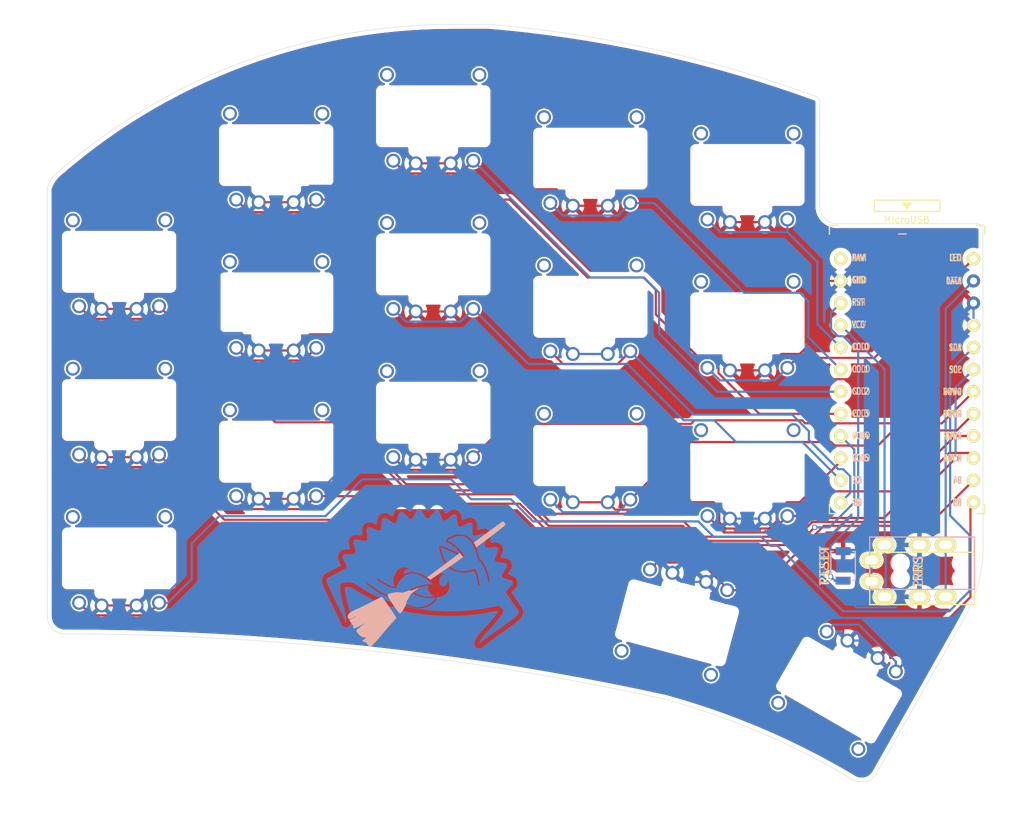
<source format=kicad_pcb>
(kicad_pcb (version 20211014) (generator pcbnew)
  (title_block (title "Ferris_Sweep_Compact") (date "2020-09-03") (rev "0.1") (company "BroomLabs"))
  (layers (0 "F.Cu" signal) (31 "B.Cu" signal) (34 "B.Paste" user) (35 "F.Paste" user) (36 "B.SilkS" user "B.Silkscreen") (37 "F.SilkS" user "F.Silkscreen") (38 "B.Mask" user) (39 "F.Mask" user) (44 "Edge.Cuts" user))
  (net 0 "")
  (net 1 "row0")
  (net 2 "row1")
  (net 3 "row2")
  (net 4 "row3")
  (net 5 "GND")
  (net 6 "VCC")
  (net 7 "col0")
  (net 8 "col1")
  (net 9 "col2")
  (net 10 "col3")
  (net 11 "col4")
  (net 12 "col5")
  (net 13 "LED")
  (net 14 "data")
  (net 15 "reset")
  (net 16 "SCL")
  (net 17 "SDA")
  (net 18 "Net-(U1-Pad24)")
  (net 19 "Net-(J1-PadA)")
  (net 20 "Net-(U1-Pad14)")
  (net 21 "Net-(U1-Pad13)")
  (net 22 "Net-(U1-Pad12)")
  (net 23 "Net-(U1-Pad11)")
  (footprint "Kailh:Kailh_PG1232" (layer "F.Cu") (at 44 42.37)
    (fp_text reference "SW2" hide)
    (fp_text value "SW_PUSH" hide)
  )
  (footprint "Kailh:Kailh_PG1232" (layer "F.Cu") (at 62 30.14)
    (fp_text reference "SW3" hide)
    (fp_text value "SW_PUSH" hide)
  )
  (footprint "Kailh:Kailh_PG1232" (layer "F.Cu") (at 80 25.68)
    (fp_text reference "SW4" hide)
    (fp_text value "SW_PUSH" hide)
  )
  (footprint "Kailh:Kailh_PG1232" (layer "F.Cu") (at 98 30.54)
    (fp_text reference "SW5" hide)
    (fp_text value "SW_PUSH" hide)
  )
  (footprint "Kailh:Kailh_PG1232" (layer "F.Cu") (at 116 32.42)
    (fp_text reference "SW6" hide)
    (fp_text value "SW_PUSH" hide)
  )
  (footprint "Kailh:Kailh_PG1232" (layer "F.Cu") (at 44 59.37)
    (fp_text reference "SW8" hide)
    (fp_text value "SW_PUSH" hide)
  )
  (footprint "Kailh:Kailh_PG1232" (layer "F.Cu") (at 62 47.14)
    (fp_text reference "SW9" hide)
    (fp_text value "SW_PUSH" hide)
  )
  (footprint "Kailh:Kailh_PG1232" (layer "F.Cu") (at 80 42.67)
    (fp_text reference "SW10" hide)
    (fp_text value "SW_PUSH" hide)
  )
  (footprint "Kailh:Kailh_PG1232" (layer "F.Cu") (at 98 47.54)
    (fp_text reference "SW11" hide)
    (fp_text value "SW_PUSH" hide)
  )
  (footprint "Kailh:Kailh_PG1232" (layer "F.Cu") (at 116 49.42)
    (fp_text reference "SW12" hide)
    (fp_text value "SW_PUSH" hide)
  )
  (footprint "Kailh:Kailh_PG1232" (layer "F.Cu") (at 44 76.375)
    (fp_text reference "SW14" hide)
    (fp_text value "SW_PUSH" hide)
  )
  (footprint "Kailh:Kailh_PG1232" (layer "F.Cu") (at 62 64.145)
    (fp_text reference "SW15" hide)
    (fp_text value "SW_PUSH" hide)
  )
  (footprint "Kailh:Kailh_PG1232" (layer "F.Cu") (at 80 59.67)
    (fp_text reference "SW16" hide)
    (fp_text value "SW_PUSH" hide)
  )
  (footprint "Kailh:Kailh_PG1232" (layer "F.Cu") (at 98 64.545)
    (fp_text reference "SW17" hide)
    (fp_text value "SW_PUSH" hide)
  )
  (footprint "Kailh:Kailh_PG1232" (layer "F.Cu") (at 116 66.42)
    (fp_text reference "SW18" hide)
    (fp_text value "SW_PUSH" hide)
  )
  (footprint "kbd:ProMicro_v3" (layer "F.Cu") (at 134.3 56.5)
    (fp_text reference "U1" hide)
    (fp_text value "ProMicro" hide)
  )
  (footprint "* duckyb-collection:SMD_RST_SW [B3U-1000P(M)]" (layer "F.Cu") (at 126.97 77.24 90)
    (fp_text reference "RSW1" hide)
    (fp_text value "Val**")
  )
  (footprint "kbd:MJ-4PP-9" (layer "F.Cu") (at 142.02 78.68 -90)
    (fp_text reference "J1")
    (fp_text value "MJ-4PP-9" hide)
  )
  (footprint "Kailh:Kailh_PG1232" (layer "B.Cu") (at 107.94 83.77 -15)
    (fp_text reference "SW20" hide)
    (fp_text value "SW_PUSH" hide)
  )
  (footprint "Kailh:Kailh_PG1232" (layer "B.Cu") (at 126.5 91.48 -30)
    (fp_text reference "SW21" hide)
    (fp_text value "SW_PUSH" hide)
  )
  (footprint "Kailh:ferris_broom" (layer "B.Cu") (at 80.3 79.15 171)
    (fp_text reference "G***" hide)
    (fp_text value "LOGO" hide)
  )
  (footprint "* duckyb-collection:SMD_RST_SW [B3U-1000P(M)]" (layer "B.Cu") (at 126.97 77.24 90)
    (fp_text reference "RSW1" hide)
    (fp_text value "Val**")
  )
  (gr_arc (start 126.335002 38.010917) (mid 124.922534 37.461716) (end 124.300001 36.079999) (layer "Edge.Cuts") (width 0.05))
  (gr_arc (start 35.768055 33.928702) (mid 36.324929 32.810882) (end 37.195 31.915) (layer "Edge.Cuts") (width 0.05))
  (gr_arc (start 86.369777 15.152679) (mid 105.393879 18.025764) (end 123.86529 23.408889) (layer "Edge.Cuts") (width 0.05))
  (gr_arc (start 106.487134 92.513946) (mid 117.564488 96.373597) (end 128.016 101.7) (layer "Edge.Cuts") (width 0.05))
  (gr_arc (start 37.846 85.033119) (mid 36.417641 84.493082) (end 35.786019 83.102794) (layer "Edge.Cuts") (width 0.05))
  (gr_arc (start 37.846 85.033119) (mid 72.366442 86.939554) (end 106.487134 92.513946) (layer "Edge.Cuts") (width 0.05))
  (gr_arc (start 130.748 101.101265) (mid 129.506995 101.97098) (end 128.016 101.7) (layer "Edge.Cuts") (width 0.05))
  (gr_arc (start 123.86529 23.408889) (mid 124.182079 23.685645) (end 124.300045 24.089419) (layer "Edge.Cuts") (width 0.05))
  (gr_arc (start 142.24 38.008) (mid 142.77033 38.22767) (end 142.99 38.758) (layer "Edge.Cuts") (width 0.05))
  (gr_line (start 126.335002 38.010917) (end 142.24 38.008) (layer "Edge.Cuts") (width 0.05))
  (gr_line (start 35.768055 33.928702) (end 35.786019 83.102794) (layer "Edge.Cuts") (width 0.05))
  (gr_line (start 86.369777 15.152679) (end 82.168389 15.158139) (layer "Edge.Cuts") (width 0.05))
  (gr_arc (start 37.195 31.915) (mid 58.171524 19.483455) (end 82.168389 15.158139) (layer "Edge.Cuts") (width 0.05))
  (gr_line (start 141.255304 82.50815) (end 130.748 101.101265) (layer "Edge.Cuts") (width 0.05))
  (gr_line (start 124.300001 36.079999) (end 124.300045 24.089419) (layer "Edge.Cuts") (width 0.05))
  (gr_line (start 142.99 38.758) (end 143.002 75.184) (layer "Edge.Cuts") (width 0.05))
  (gr_arc (start 143.002 75.184) (mid 142.544913 78.945347) (end 141.255304 82.50815) (layer "Edge.Cuts") (width 0.05))
  (gr_text "ROW2" (at 139.469857 62.357) (layer "F.SilkS") (effects (font (size 0.75 0.5) (thickness 0.125))))
  (gr_text "DATA" (at 139.636524 44.5545) (layer "F.SilkS") (effects (font (size 0.75 0.5) (thickness 0.125))))
  (gr_text "B5" (at 140.017477 69.977) (layer "F.SilkS") (effects (font (size 0.75 0.5) (thickness 0.125))))
  (gr_text "COL2" (at 128.948714 57.21927) (layer "F.SilkS") (effects (font (size 0.75 0.5) (thickness 0.125))))
  (gr_text "B2" (at 128.484428 67.42545) (layer "F.SilkS") (effects (font (size 0.75 0.5) (thickness 0.125))))
  (gr_text "ROW1" (at 139.469857 59.817) (layer "F.SilkS") (effects (font (size 0.75 0.5) (thickness 0.125))))
  (gr_text "ROW0" (at 139.469857 57.277) (layer "F.SilkS") (effects (font (size 0.75 0.5) (thickness 0.125))))
  (gr_text "RAW" (at 128.746333 41.91) (layer "F.SilkS") (effects (font (size 0.75 0.5) (thickness 0.125))))
  (gr_text "COL5" (at 128.948714 64.873905) (layer "F.SilkS") (effects (font (size 0.75 0.5) (thickness 0.125))))
  (gr_text "LED" (at 139.827 41.91) (layer "F.SilkS") (effects (font (size 0.75 0.5) (thickness 0.125))))
  (gr_text "B4" (at 140.017477 67.437) (layer "F.SilkS") (effects (font (size 0.75 0.5) (thickness 0.125))))
  (gr_text "SDA" (at 139.803191 52.197) (layer "F.SilkS") (effects (font (size 0.75 0.5) (thickness 0.125))))
  (gr_text "GND" (at 128.758238 44.461545) (layer "F.SilkS") (effects (font (size 0.75 0.5) (thickness 0.125))))
  (gr_text "COL4" (at 128.948714 62.32236) (layer "F.SilkS") (effects (font (size 0.75 0.5) (thickness 0.125))))
  (gr_text "ROW3" (at 139.469857 64.897) (layer "F.SilkS") (effects (font (size 0.75 0.5) (thickness 0.125))))
  (gr_text "B6" (at 128.484428 69.977) (layer "F.SilkS") (effects (font (size 0.75 0.5) (thickness 0.125))))
  (gr_text "COL1" (at 128.948714 54.667725) (layer "F.SilkS") (effects (font (size 0.75 0.5) (thickness 0.125))))
  (gr_text "VCC" (at 128.710618 49.564635) (layer "F.SilkS") (effects (font (size 0.75 0.5) (thickness 0.125))))
  (gr_text "COL3" (at 128.948714 59.770815) (layer "F.SilkS") (effects (font (size 0.75 0.5) (thickness 0.125))))
  (gr_text "COL0" (at 128.948714 52.11618) (layer "F.SilkS") (effects (font (size 0.75 0.5) (thickness 0.125))))
  (gr_text "SCL" (at 139.815096 54.737) (layer "F.SilkS") (effects (font (size 0.75 0.5) (thickness 0.125))))
  (gr_text "RST" (at 128.674904 47.01309) (layer "F.SilkS") (effects (font (size 0.75 0.5) (thickness 0.125))))
  (segment (start 109.9504 60.5446) (end 109.5402 60.9548) (width 0.25) (layer "F.Cu") (net 1))
  (segment (start 83.1329 66.2171) (end 84.58 64.77) (width 0.25) (layer "F.Cu") (net 1))
  (segment (start 109.5402 60.9548) (end 88.3952 60.9548) (width 0.25) (layer "F.Cu") (net 1))
  (segment (start 76.8671 66.2171) (end 83.1329 66.2171) (width 0.25) (layer "F.Cu") (net 1))
  (segment (start 122.2713 60.5446) (end 109.9504 60.5446) (width 0.25) (layer "F.Cu") (net 1))
  (segment (start 141.9114 57.262) (end 138.2807 60.8927) (width 0.25) (layer "F.Cu") (net 1))
  (segment (start 138.2807 60.8927) (end 122.6194 60.8927) (width 0.25) (layer "F.Cu") (net 1))
  (segment (start 88.3952 60.9548) (end 84.58 64.77) (width 0.25) (layer "F.Cu") (net 1))
  (segment (start 122.6194 60.8927) (end 122.2713 60.5446) (width 0.25) (layer "F.Cu") (net 1))
  (segment (start 75.42 64.77) (end 76.8671 66.2171) (width 0.25) (layer "F.Cu") (net 1))
  (segment (start 140.0082 61.7052) (end 132.6981 61.7052) (width 0.25) (layer "F.Cu") (net 2))
  (segment (start 125.5997 63.0403) (end 109.1847 63.0403) (width 0.25) (layer "F.Cu") (net 2))
  (segment (start 109.1847 63.0403) (end 102.58 69.645) (width 0.25) (layer "F.Cu") (net 2))
  (segment (start 132.6981 61.7052) (end 130.9613 63.442) (width 0.25) (layer "F.Cu") (net 2))
  (segment (start 130.9613 63.442) (end 126.0014 63.442) (width 0.25) (layer "F.Cu") (net 2))
  (segment (start 141.9114 59.802) (end 140.0082 61.7052) (width 0.25) (layer "F.Cu") (net 2))
  (segment (start 126.0014 63.442) (end 125.5997 63.0403) (width 0.25) (layer "F.Cu") (net 2))
  (segment (start 94.8628 71.0878) (end 93.42 69.645) (width 0.25) (layer "B.Cu") (net 2))
  (segment (start 102.58 69.645) (end 101.1372 71.0878) (width 0.25) (layer "B.Cu") (net 2))
  (segment (start 101.1372 71.0878) (end 94.8628 71.0878) (width 0.25) (layer "B.Cu") (net 2))
  (segment (start 139.7796 62.342) (end 133.4296 68.692) (width 0.25) (layer "F.Cu") (net 3))
  (segment (start 141.9114 62.342) (end 139.7796 62.342) (width 0.25) (layer "F.Cu") (net 3))
  (segment (start 111.42 71.52) (end 113.3069 73.4069) (width 0.25) (layer "F.Cu") (net 3))
  (segment (start 133.4296 68.692) (end 125.6752 68.692) (width 0.25) (layer "F.Cu") (net 3))
  (segment (start 113.3069 73.4069) (end 118.6931 73.4069) (width 0.25) (layer "F.Cu") (net 3))
  (segment (start 125.6752 68.692) (end 122.8472 71.52) (width 0.25) (layer "F.Cu") (net 3))
  (segment (start 122.8472 71.52) (end 120.58 71.52) (width 0.25) (layer "F.Cu") (net 3))
  (segment (start 118.6931 73.4069) (end 120.58 71.52) (width 0.25) (layer "F.Cu") (net 3))
  (segment (start 131.6507 71.7447) (end 139.1047 64.2907) (width 0.25) (layer "F.Cu") (net 4))
  (segment (start 108.712 72.136) (end 110.4688 73.8928) (width 0.25) (layer "F.Cu") (net 4))
  (segment (start 40.8669 48.9169) (end 47.1331 48.9169) (width 0.25) (layer "F.Cu") (net 4))
  (segment (start 47.1331 48.9169) (end 48.58 47.47) (width 0.25) (layer "F.Cu") (net 4))
  (segment (start 48.58 47.47) (end 61.8796 60.7696) (width 0.25) (layer "F.Cu") (net 4))
  (segment (start 141.3201 64.2907) (end 141.9114 64.882) (width 0.25) (layer "F.Cu") (net 4))
  (segment (start 39.42 47.47) (end 40.8669 48.9169) (width 0.25) (layer "F.Cu") (net 4))
  (segment (start 123.2594 71.7447) (end 131.6507 71.7447) (width 0.25) (layer "F.Cu") (net 4))
  (segment (start 61.8796 60.7696) (end 69.1654 60.7696) (width 0.25) (layer "F.Cu") (net 4))
  (segment (start 110.4688 73.8928) (end 121.1113 73.8928) (width 0.25) (layer "F.Cu") (net 4))
  (segment (start 89.78759 68.58) (end 93.34359 72.136) (width 0.25) (layer "F.Cu") (net 4))
  (segment (start 93.34359 72.136) (end 108.712 72.136) (width 0.25) (layer "F.Cu") (net 4))
  (segment (start 121.1113 73.8928) (end 123.2594 71.7447) (width 0.25) (layer "F.Cu") (net 4))
  (segment (start 76.9758 68.58) (end 89.78759 68.58) (width 0.25) (layer "F.Cu") (net 4))
  (segment (start 139.1047 64.2907) (end 141.3201 64.2907) (width 0.25) (layer "F.Cu") (net 4))
  (segment (start 69.1654 60.7696) (end 76.9758 68.58) (width 0.25) (layer "F.Cu") (net 4))
  (segment (start 103.1024 36.7972) (end 103.5139 36.3857) (width 0.25) (layer "F.Cu") (net 5))
  (segment (start 64 52.54) (end 65.8499 50.6901) (width 0.25) (layer "F.Cu") (net 5))
  (segment (start 114 37.82) (end 118 37.82) (width 0.25) (layer "F.Cu") (net 5))
  (segment (start 82 48.07) (end 85.3082 51.3782) (width 0.25) (layer "F.Cu") (net 5))
  (segment (start 126.97 80.49) (end 126.97 85.305514) (width 0.25) (layer "F.Cu") (net 5))
  (segment (start 94.4382 51.3782) (end 96 52.94) (width 0.25) (layer "F.Cu") (net 5))
  (segment (start 114 54.82) (end 118 54.82) (width 0.25) (layer "F.Cu") (net 5))
  (segment (start 85.3082 51.3782) (end 94.4382 51.3782) (width 0.25) (layer "F.Cu") (net 5))
  (segment (start 111.269474 79.279729) (end 113.479744 81.489999) (width 0.25) (layer "F.Cu") (net 5))
  (segment (start 100.8572 36.7972) (end 103.1024 36.7972) (width 0.25) (layer "F.Cu") (net 5))
  (segment (start 103.5139 36.3857) (end 112.5657 36.3857) (width 0.25) (layer "F.Cu") (net 5))
  (segment (start 46 47.77) (end 42 47.77) (width 0.25) (layer "F.Cu") (net 5))
  (segment (start 60 52.54) (end 64 52.54) (width 0.25) (layer "F.Cu") (net 5))
  (segment (start 65.8499 50.6901) (end 75.3799 50.6901) (width 0.25) (layer "F.Cu") (net 5))
  (segment (start 124.742 44.562) (end 124.742 50.1988) (width 0.25) (layer "F.Cu") (net 5))
  (segment (start 60 35.54) (end 64 35.54) (width 0.25) (layer "F.Cu") (net 5))
  (segment (start 119.015 55.835) (end 135.7184 55.835) (width 0.25) (layer "F.Cu") (net 5))
  (segment (start 60 69.545) (end 64 69.545) (width 0.25) (layer "F.Cu") (net 5))
  (segment (start 100 35.94) (end 100.8572 36.7972) (width 0.25) (layer "F.Cu") (net 5))
  (segment (start 94.1157 34.0557) (end 96 35.94) (width 0.25) (layer "F.Cu") (net 5))
  (segment (start 100 69.945) (end 96 69.945) (width 0.25) (layer "F.Cu") (net 5))
  (segment (start 100 35.94) (end 96 35.94) (width 0.25) (layer "F.Cu") (net 5))
  (segment (start 104.47 70.7912) (end 100.8462 70.7912) (width 0.25) (layer "F.Cu") (net 5))
  (segment (start 112.1139 69.9339) (end 105.3273 69.9339) (width 0.25) (layer "F.Cu") (net 5))
  (segment (start 83.4254 29.6546) (end 86.836 29.6546) (width 0.25) (layer "F.Cu") (net 5))
  (segment (start 86.836 29.6546) (end 91.2371 34.0557) (width 0.25) (layer "F.Cu") (net 5))
  (segment (start 114 71.82) (end 112.1139 69.9339) (width 0.25) (layer "F.Cu") (net 5))
  (segment (start 124.742 44.562) (end 118 37.82) (width 0.25) (layer "F.Cu") (net 5))
  (segment (start 78 48.07) (end 82 48.07) (width 0.25) (layer "F.Cu") (net 5))
  (segment (start 135.7184 55.835) (end 141.9114 49.642) (width 0.25) (layer "F.Cu") (net 5))
  (segment (start 125.970001 81.489999) (end 126.97 80.49) (width 0.25) (layer "F.Cu") (net 5))
  (segment (start 126.97 85.305514) (end 127.467949 85.803463) (width 0.25) (layer "F.Cu") (net 5))
  (segment (start 112.5657 36.3857) (end 114 37.82) (width 0.25) (layer "F.Cu") (net 5))
  (segment (start 111.269474 79.071639) (end 111.269474 79.279729) (width 0.25) (layer "F.Cu") (net 5))
  (segment (start 113.479744 81.489999) (end 125.970001 81.489999) (width 0.25) (layer "F.Cu") (net 5))
  (segment (start 118 54.82) (end 119.015 55.835) (width 0.25) (layer "F.Cu") (net 5))
  (segment (start 82 31.08) (end 78 31.08) (width 0.25) (layer "F.Cu") (net 5))
  (segment (start 91.2371 34.0557) (end 94.1157 34.0557) (width 0.25) (layer "F.Cu") (net 5))
  (segment (start 100.8462 70.7912) (end 100 69.945) (width 0.25) (layer "F.Cu") (net 5))
  (segment (start 46 81.775) (end 42 81.775) (width 0.25) (layer "F.Cu") (net 5))
  (segment (start 75.3799 50.6901) (end 78 48.07) (width 0.25) (layer "F.Cu") (net 5))
  (segment (start 124.742 44.562) (end 126.6914 44.562) (width 0.25) (layer "F.Cu") (net 5))
  (segment (start 105.3273 69.9339) (end 104.47 70.7912) (width 0.25) (layer "F.Cu") (net 5))
  (segment (start 82 31.08) (end 83.4254 29.6546) (width 0.25) (layer "F.Cu") (net 5))
  (segment (start 124.742 50.1988) (end 122.0051 52.9357) (width 0.25) (layer "F.Cu") (net 5))
  (segment (start 46 64.77) (end 42 64.77) (width 0.25) (layer "F.Cu") (net 5))
  (segment (start 119.8843 52.9357) (end 118 54.82) (width 0.25) (layer "F.Cu") (net 5))
  (segment (start 122.0051 52.9357) (end 119.8843 52.9357) (width 0.25) (layer "F.Cu") (net 5))
  (segment (start 77.1651 65.9049) (end 69.7219 65.9049) (width 0.25) (layer "B.Cu") (net 5))
  (segment (start 65.8843 33.6557) (end 64 35.54) (width 0.25) (layer "B.Cu") (net 5))
  (segment (start 51.6341 78.2353) (end 49.7273 80.1421) (width 0.25) (layer "B.Cu") (net 5))
  (segment (start 51.6341 70.4041) (end 51.6341 78.2353) (width 0.25) (layer "B.Cu") (net 5))
  (segment (start 55.8592 50.5444) (end 55.5016 50.1868) (width 0.25) (layer "B.Cu") (net 5))
  (segment (start 85.4107 68.4807) (end 82 65.07) (width 0.25) (layer "B.Cu") (net 5))
  (segment (start 118 71.82) (end 114 71.82) (width 0.25) (layer "B.Cu") (net 5))
  (segment (start 69.7219 65.9049) (end 67.9661 67.6607) (width 0.25) (layer "B.Cu") (net 5))
  (segment (start 60 69.545) (end 59.1409 70.4041) (width 0.25) (layer "B.Cu") (net 5))
  (segment (start 127.467949 85.803463) (end 128.932051 85.803463) (width 0.25) (layer "B.Cu") (net 5))
  (segment (start 58.0044 50.5444) (end 55.8592 50.5444) (width 0.25) (layer "B.Cu") (net 5))
  (segment (start 108.441048 79.071639) (end 107.405771 78.036362) (width 0.25) (layer "B.Cu") (net 5))
  (segment (start 132.9313 81.9934) (end 128.4734 81.9934) (width 0.25) (layer "B.Cu") (net 5))
  (segment (start 69.7219 58.2619) (end 69.7219 65.9049) (width 0.25) (layer "B.Cu") (net 5))
  (segment (start 141.9114 49.642) (end 141.9114 47.102) (width 0.25) (layer "B.Cu") (net 5))
  (segment (start 111.269474 79.071639) (end 108.441048 79.071639) (width 0.25) (layer "B.Cu") (net 5))
  (segment (start 64 52.54) (end 69.7219 58.2619) (width 0.25) (layer "B.Cu") (net 5))
  (segment (start 60 52.54) (end 58.0044 50.5444) (width 0.25) (layer "B.Cu") (net 5))
  (segment (start 65.8843 67.6607) (end 64 69.545) (width 0.25) (layer "B.Cu") (net 5))
  (segment (start 128.4734 81.9934) (end 126.97 80.49) (width 0.25) (layer "B.Cu") (net 5))
  (segment (start 126.67 80.49) (end 118 71.82) (width 0.25) (layer "B.Cu") (net 5))
  (segment (start 78 65.07) (end 77.1651 65.9049) (width 0.25) (layer "B.Cu") (net 5))
  (segment (start 46.867 48.637) (end 46 47.77) (width 0.25) (layer "B.Cu") (net 5))
  (segment (start 96 69.945) (end 94.5357 68.4807) (width 0.25) (layer "B.Cu") (net 5))
  (segment (start 94.5357 68.4807) (end 85.4107 68.4807) (width 0.25) (layer "B.Cu") (net 5))
  (segment (start 126.97 80.49) (end 126.67 80.49) (width 0.25) (layer "B.Cu") (net 5))
  (segment (start 135.72 80.78) (end 135.72 74.83) (width 0.25) (layer "B.Cu") (net 5))
  (segment (start 55.5016 48.637) (end 46.867 48.637) (width 0.25) (layer "B.Cu") (net 5))
  (segment (start 51.6341 70.4041) (end 46 64.77) (width 0.25) (layer "B.Cu") (net 5))
  (segment (start 135.72 80.78) (end 134.1447 80.78) (width 0.25) (layer "B.Cu") (net 5))
  (segment (start 100 52.94) (end 96 52.94) (width 0.25) (layer "B.Cu") (net 5))
  (segment (start 55.5016 50.1868) (end 55.5016 48.637) (width 0.25) (layer "B.Cu") (net 5))
  (segment (start 78 31.08) (end 75.4243 33.6557) (width 0.25) (layer "B.Cu") (net 5))
  (segment (start 128.932051 85.803463) (end 130.932051 87.803463) (width 0.25) (layer "B.Cu") (net 5))
  (segment (start 75.4243 33.6557) (end 65.8843 33.6557) (width 0.25) (layer "B.Cu") (net 5))
  (segment (start 134.1447 80.78) (end 132.9313 81.9934) (width 0.25) (layer "B.Cu") (net 5))
  (segment (start 67.9661 67.6607) (end 65.8843 67.6607) (width 0.25) (layer "B.Cu") (net 5))
  (segment (start 82 65.07) (end 78 65.07) (width 0.25) (layer "B.Cu") (net 5))
  (segment (start 55.5016 40.0384) (end 60 35.54) (width 0.25) (layer "B.Cu") (net 5))
  (segment (start 49.7273 80.1421) (end 47.6329 80.1421) (width 0.25) (layer "B.Cu") (net 5))
  (segment (start 55.5016 48.637) (end 55.5016 40.0384) (width 0.25) (layer "B.Cu") (net 5))
  (segment (start 47.6329 80.1421) (end 46 81.775) (width 0.25) (layer "B.Cu") (net 5))
  (segment (start 59.1409 70.4041) (end 51.6341 70.4041) (width 0.25) (layer "B.Cu") (net 5))
  (segment (start 131.8636 79.4611) (end 131.8636 76.1489) (width 0.25) (layer "B.Cu") (net 6))
  (segment (start 131.8636 76.1489) (end 131.72 76.0053) (width 0.25) (layer "B.Cu") (net 6))
  (segment (start 131.72 74.83) (end 131.72 76.0053) (width 0.25) (layer "B.Cu") (net 6))
  (segment (start 131.72 79.6047) (end 131.8636 79.4611) (width 0.25) (layer "B.Cu") (net 6))
  (segment (start 131.72 80.78) (end 131.72 79.6047) (width 0.25) (layer "B.Cu") (net 6))
  (segment (start 131.72 74.83) (end 131.72 54.6706) (width 0.25) (layer "B.Cu") (net 6))
  (segment (start 131.72 54.6706) (end 126.6914 49.642) (width 0.25) (layer "B.Cu") (net 6))
  (segment (start 120.58 38.9631) (end 112.8631 38.9631) (width 0.25) (layer "B.Cu") (net 7))
  (segment (start 124.019 42.4021) (end 124.019 49.5096) (width 0.25) (layer "B.Cu") (net 7))
  (segment (start 120.58 37.52) (end 120.58 38.9631) (width 0.25) (layer "B.Cu") (net 7))
  (segment (start 112.8631 38.9631) (end 111.42 37.52) (width 0.25) (layer "B.Cu") (net 7))
  (segment (start 120.58 38.9631) (end 124.019 42.4021) (width 0.25) (layer "B.Cu") (net 7))
  (segment (start 124.019 49.5096) (end 126.6914 52.182) (width 0.25) (layer "B.Cu") (net 7))
  (segment (start 94.8516 37.0716) (end 101.1484 37.0716) (width 0.25) (layer "B.Cu") (net 8))
  (segment (start 126.6914 54.722) (end 122.9795 51.0101) (width 0.25) (layer "B.Cu") (net 8))
  (segment (start 122.022 45.92) (end 115.6177 45.92) (width 0.25) (layer "B.Cu") (net 8))
  (segment (start 115.6177 45.92) (end 105.3377 35.64) (width 0.25) (layer "B.Cu") (net 8))
  (segment (start 105.3377 35.64) (end 102.58 35.64) (width 0.25) (layer "B.Cu") (net 8))
  (segment (start 101.1484 37.0716) (end 102.58 35.64) (width 0.25) (layer "B.Cu") (net 8))
  (segment (start 93.42 35.64) (end 94.8516 37.0716) (width 0.25) (layer "B.Cu") (net 8))
  (segment (start 122.9795 46.8775) (end 122.022 45.92) (width 0.25) (layer "B.Cu") (net 8))
  (segment (start 122.9795 51.0101) (end 122.9795 46.8775) (width 0.25) (layer "B.Cu") (net 8))
  (segment (start 83.1262 32.2338) (end 76.8738 32.2338) (width 0.25) (layer "F.Cu") (net 9))
  (segment (start 84.58 30.78) (end 83.1262 32.2338) (width 0.25) (layer "F.Cu") (net 9))
  (segment (start 76.8738 32.2338) (end 75.42 30.78) (width 0.25) (layer "F.Cu") (net 9))
  (segment (start 112.5584 57.262) (end 105.8862 50.5898) (width 0.25) (layer "B.Cu") (net 9))
  (segment (start 105.8862 50.5898) (end 105.8862 45.9152) (width 0.25) (layer "B.Cu") (net 9))
  (segment (start 126.6914 57.262) (end 112.5584 57.262) (width 0.25) (layer "B.Cu") (net 9))
  (segment (start 104.1356 44.1646) (end 97.9646 44.1646) (width 0.25) (layer "B.Cu") (net 9))
  (segment (start 105.8862 45.9152) (end 104.1356 44.1646) (width 0.25) (layer "B.Cu") (net 9))
  (segment (start 97.9646 44.1646) (end 84.58 30.78) (width 0.25) (layer "B.Cu") (net 9))
  (segment (start 57.42 35.24) (end 58.859 36.679) (width 0.25) (layer "F.Cu") (net 10))
  (segment (start 117.3625 59.802) (end 112.6897 55.1292) (width 0.25) (layer "F.Cu") (net 10))
  (segment (start 105.5044 48.4123) (end 105.5044 45.5712) (width 0.25) (layer "F.Cu") (net 10))
  (segment (start 110.4759 53.3838) (end 105.5044 48.4123) (width 0.25) (layer "F.Cu") (net 10))
  (segment (start 126.6914 59.802) (end 117.3625 59.802) (width 0.25) (layer "F.Cu") (net 10))
  (segment (start 111.8877 53.3838) (end 110.4759 53.3838) (width 0.25) (layer "F.Cu") (net 10))
  (segment (start 112.6897 54.1858) (end 111.8877 53.3838) (width 0.25) (layer "F.Cu") (net 10))
  (segment (start 112.6897 55.1292) (end 112.6897 54.1858) (width 0.25) (layer "F.Cu") (net 10))
  (segment (start 104.0978 44.1646) (end 97.6789 44.1646) (width 0.25) (layer "F.Cu") (net 10))
  (segment (start 65.141 36.679) (end 66.58 35.24) (width 0.25) (layer "F.Cu") (net 10))
  (segment (start 58.859 36.679) (end 65.141 36.679) (width 0.25) (layer "F.Cu") (net 10))
  (segment (start 97.6789 44.1646) (end 88.7543 35.24) (width 0.25) (layer "F.Cu") (net 10))
  (segment (start 88.7543 35.24) (end 66.58 35.24) (width 0.25) (layer "F.Cu") (net 10))
  (segment (start 105.5044 45.5712) (end 104.0978 44.1646) (width 0.25) (layer "F.Cu") (net 10))
  (segment (start 56.063 71.953) (end 48.58 64.47) (width 0.25) (layer "F.Cu") (net 11))
  (segment (start 39.42 64.47) (end 40.8535 65.9035) (width 0.25) (layer "F.Cu") (net 11))
  (segment (start 92.964 73.152) (end 89.916 70.104) (width 0.25) (layer "F.Cu") (net 11))
  (segment (start 109.63669 74.8505) (end 108.706095 73.919905) (width 0.25) (layer "F.Cu") (net 11))
  (segment (start 107.93819 73.152) (end 92.964 73.152) (width 0.25) (layer "F.Cu") (net 11))
  (segment (start 47.1465 65.9035) (end 48.58 64.47) (width 0.25) (layer "F.Cu") (net 11))
  (segment (start 71.374 70.104) (end 69.525 71.953) (width 0.25) (layer "F.Cu") (net 11))
  (segment (start 108.706095 73.919905) (end 107.93819 73.152) (width 0.25) (layer "F.Cu") (net 11))
  (segment (start 108.833095 74.046905) (end 108.706095 73.919905) (width 0.25) (layer "F.Cu") (net 11))
  (segment (start 89.916 70.104) (end 71.374 70.104) (width 0.25) (layer "F.Cu") (net 11))
  (segment (start 121.6748 74.8505) (end 109.63669 74.8505) (width 0.25) (layer "F.Cu") (net 11))
  (segment (start 123.705 72.8203) (end 121.6748 74.8505) (width 0.25) (layer "F.Cu") (net 11))
  (segment (start 69.525 71.953) (end 56.063 71.953) (width 0.25) (layer "F.Cu") (net 11))
  (segment (start 40.8535 65.9035) (end 47.1465 65.9035) (width 0.25) (layer "F.Cu") (net 11))
  (via (at 123.705 72.8203) (size 0.6) (drill 0.4) (layers "F.Cu" "B.Cu") (net 11))
  (segment (start 128.2468 69.9666) (end 125.3931 72.8203) (width 0.25) (layer "B.Cu") (net 11))
  (segment (start 128.2468 63.8974) (end 128.2468 69.9666) (width 0.25) (layer "B.Cu") (net 11))
  (segment (start 126.6914 62.342) (end 128.2468 63.8974) (width 0.25) (layer "B.Cu") (net 11))
  (segment (start 125.3931 72.8203) (end 123.705 72.8203) (width 0.25) (layer "B.Cu") (net 11))
  (segment (start 112.7794 71.2363) (end 111.9274 70.3843) (width 0.25) (layer "F.Cu") (net 12))
  (segment (start 112.7794 72.2425) (end 112.7794 71.2363) (width 0.25) (layer "F.Cu") (net 12))
  (segment (start 70.2094 58.7606) (end 65.1344 53.6856) (width 0.25) (layer "F.Cu") (net 12))
  (segment (start 109.3165 70.3843) (end 108.4449 71.2559) (width 0.25) (layer "F.Cu") (net 12))
  (segment (start 89.71765 67.87365) (end 93.0999 71.2559) (width 0.25) (layer "F.Cu") (net 12))
  (segment (start 126.6914 65.2479) (end 122.0036 69.9357) (width 0.25) (layer "F.Cu") (net 12))
  (segment (start 118.5066 72.9565) (end 113.4934 72.9565) (width 0.25) (layer "F.Cu") (net 12))
  (segment (start 122.0036 69.9357) (end 120.5342 69.9357) (width 0.25) (layer "F.Cu") (net 12))
  (segment (start 76.90635 67.87365) (end 70.2094 61.1767) (width 0.25) (layer "F.Cu") (net 12))
  (segment (start 65.1344 53.6856) (end 66.58 52.24) (width 0.25) (layer "F.Cu") (net 12))
  (segment (start 108.4449 71.2559) (end 93.0999 71.2559) (width 0.25) (layer "F.Cu") (net 12))
  (segment (start 70.2094 61.1767) (end 70.2094 58.7606) (width 0.25) (layer "F.Cu") (net 12))
  (segment (start 120.5342 69.9357) (end 119.3594 71.1105) (width 0.25) (layer "F.Cu") (net 12))
  (segment (start 57.42 52.24) (end 58.8656 53.6856) (width 0.25) (layer "F.Cu") (net 12))
  (segment (start 119.3594 72.1037) (end 118.5066 72.9565) (width 0.25) (layer "F.Cu") (net 12))
  (segment (start 119.3594 71.1105) (end 119.3594 72.1037) (width 0.25) (layer "F.Cu") (net 12))
  (segment (start 126.6914 64.882) (end 126.6914 65.2479) (width 0.25) (layer "F.Cu") (net 12))
  (segment (start 111.9274 70.3843) (end 109.3165 70.3843) (width 0.25) (layer "F.Cu") (net 12))
  (segment (start 76.90635 67.87365) (end 89.71765 67.87365) (width 0.25) (layer "F.Cu") (net 12))
  (segment (start 58.8656 53.6856) (end 65.1344 53.6856) (width 0.25) (layer "F.Cu") (net 12))
  (segment (start 113.4934 72.9565) (end 112.7794 72.2425) (width 0.25) (layer "F.Cu") (net 12))
  (segment (start 130.5473 53.3861) (end 121.7139 53.3861) (width 0.25) (layer "F.Cu") (net 13))
  (segment (start 141.9114 42.022) (end 130.5473 53.3861) (width 0.25) (layer "F.Cu") (net 13))
  (segment (start 121.7139 53.3861) (end 120.58 54.52) (width 0.25) (layer "F.Cu") (net 13))
  (segment (start 112.8692 55.9692) (end 119.1308 55.9692) (width 0.25) (layer "B.Cu") (net 13))
  (segment (start 111.42 54.52) (end 112.8692 55.9692) (width 0.25) (layer "B.Cu") (net 13))
  (segment (start 119.1308 55.9692) (end 120.58 54.52) (width 0.25) (layer "B.Cu") (net 13))
  (segment (start 138.72 80.78) (end 138.72 74.83) (width 0.25) (layer "B.Cu") (net 14))
  (segment (start 138.72 74.83) (end 138.72 73.6547) (width 0.25) (layer "B.Cu") (net 14))
  (segment (start 138.72 47.7534) (end 138.72 73.6547) (width 0.25) (layer "B.Cu") (net 14))
  (segment (start 141.9114 44.562) (end 138.72 47.7534) (width 0.25) (layer "B.Cu") (net 14))
  (segment (start 126.003178 78.94) (end 125.531589 78.468411) (width 0.25) (layer "F.Cu") (net 15))
  (segment (start 126.97 78.94) (end 126.003178 78.94) (width 0.25) (layer "F.Cu") (net 15))
  (via (at 125.531589 78.468411) (size 0.6) (drill 0.4) (layers "F.Cu" "B.Cu") (net 15))
  (segment (start 126.4082 50.912) (end 126.9914 50.912) (width 0.25) (layer "B.Cu") (net 15))
  (segment (start 126.97 78.94) (end 126.003178 78.94) (width 0.25) (layer "B.Cu") (net 15))
  (segment (start 125.5859 48.2075) (end 125.5859 50.0897) (width 0.25) (layer "B.Cu") (net 15))
  (segment (start 125.5859 50.0897) (end 126.4082 50.912) (width 0.25) (layer "B.Cu") (net 15))
  (segment (start 126.003178 78.94) (end 125.531589 78.468411) (width 0.25) (layer "B.Cu") (net 15))
  (segment (start 126.6914 47.102) (end 125.5859 48.2075) (width 0.25) (layer "B.Cu") (net 15))
  (segment (start 125.531589 74.968411) (end 125.531589 78.468411) (width 0.25) (layer "B.Cu") (net 15))
  (segment (start 128.6972 71.8028) (end 125.531589 74.968411) (width 0.25) (layer "B.Cu") (net 15))
  (segment (start 126.9914 50.912) (end 128.6972 52.6178) (width 0.25) (layer "B.Cu") (net 15))
  (segment (start 128.6972 52.6178) (end 128.6972 71.8028) (width 0.25) (layer "B.Cu") (net 15))
  (segment (start 58.9047 70.7297) (end 65.0953 70.7297) (width 0.25) (layer "F.Cu") (net 16))
  (segment (start 108.58359 72.644) (end 110.282399 74.342809) (width 0.25) (layer "F.Cu") (net 16))
  (segment (start 78.62402 69.088) (end 80.14802 69.088) (width 0.25) (layer "F.Cu") (net 16))
  (segment (start 110.2943 74.3637) (end 121.2773 74.3637) (width 0.25) (layer "F.Cu") (net 16))
  (segment (start 89.60119 69.03001) (end 93.21518 72.644) (width 0.25) (layer "F.Cu") (net 16))
  (segment (start 93.21518 72.644) (end 108.58359 72.644) (width 0.25) (layer "F.Cu") (net 16))
  (segment (start 80.14802 69.088) (end 80.20601 69.03001) (width 0.25) (layer "F.Cu") (net 16))
  (segment (start 110.282399 74.351799) (end 110.2943 74.3637) (width 0.25) (layer "F.Cu") (net 16))
  (segment (start 78.68201 69.03001) (end 80.20601 69.03001) (width 0.25) (layer "F.Cu") (net 16))
  (segment (start 66.58 69.245) (end 78.46702 69.245) (width 0.25) (layer "F.Cu") (net 16))
  (segment (start 78.46702 69.245) (end 78.62402 69.088) (width 0.25) (layer "F.Cu") (net 16))
  (segment (start 132.5812 72.195) (end 139.8593 64.9169) (width 0.25) (layer "F.Cu") (net 16))
  (segment (start 123.446 72.195) (end 132.5812 72.195) (width 0.25) (layer "F.Cu") (net 16))
  (segment (start 65.0953 70.7297) (end 66.58 69.245) (width 0.25) (layer "F.Cu") (net 16))
  (segment (start 80.20601 69.03001) (end 89.60119 69.03001) (width 0.25) (layer "F.Cu") (net 16))
  (segment (start 57.42 69.245) (end 58.9047 70.7297) (width 0.25) (layer "F.Cu") (net 16))
  (segment (start 121.2773 74.3637) (end 123.446 72.195) (width 0.25) (layer "F.Cu") (net 16))
  (segment (start 110.282399 74.342809) (end 110.282399 74.351799) (width 0.25) (layer "F.Cu") (net 16))
  (via (at 139.8593 64.9169) (size 0.6) (drill 0.4) (layers "F.Cu" "B.Cu") (net 16))
  (segment (start 139.8593 56.7741) (end 139.8593 64.9169) (width 0.25) (layer "B.Cu") (net 16))
  (segment (start 141.9114 54.722) (end 139.8593 56.7741) (width 0.25) (layer "B.Cu") (net 16))
  (segment (start 48.58 81.475) (end 47.1411 82.9139) (width 0.25) (layer "F.Cu") (net 17))
  (segment (start 40.8589 82.9139) (end 39.42 81.475) (width 0.25) (layer "F.Cu") (net 17))
  (segment (start 47.1411 82.9139) (end 40.8589 82.9139) (width 0.25) (layer "F.Cu") (net 17))
  (segment (start 49.589 81.475) (end 52.324 78.74) (width 0.25) (layer "B.Cu") (net 17))
  (segment (start 119.45759 74.938592) (end 126.962698 82.4437) (width 0.25) (layer "B.Cu") (net 17))
  (segment (start 141.4539 73.6987) (end 139.234 71.4788) (width 0.25) (layer "B.Cu") (net 17))
  (segment (start 91.44 72.136) (end 110.370998 72.136) (width 0.25) (layer "B.Cu") (net 17))
  (segment (start 126.962698 82.4437) (end 139.1408 82.4437) (width 0.25) (layer "B.Cu") (net 17))
  (segment (start 110.370998 72.136) (end 112.148998 73.914) (width 0.25) (layer "B.Cu") (net 17))
  (segment (start 88.9 69.596) (end 91.44 72.136) (width 0.25) (layer "B.Cu") (net 17))
  (segment (start 139.1408 82.4437) (end 141.4539 80.1306) (width 0.25) (layer "B.Cu") (net 17))
  (segment (start 84.328 69.596) (end 88.9 69.596) (width 0.25) (layer "B.Cu") (net 17))
  (segment (start 117.602 73.914) (end 118.626592 74.938592) (width 0.25) (layer "B.Cu") (net 17))
  (segment (start 141.4539 80.1306) (end 141.4539 73.6987) (width 0.25) (layer "B.Cu") (net 17))
  (segment (start 48.58 81.475) (end 49.589 81.475) (width 0.25) (layer "B.Cu") (net 17))
  (segment (start 112.148998 73.914) (end 117.602 73.914) (width 0.25) (layer "B.Cu") (net 17))
  (segment (start 139.234 71.4788) (end 139.234 54.8594) (width 0.25) (layer "B.Cu") (net 17))
  (segment (start 71.882 67.31) (end 82.042 67.31) (width 0.25) (layer "B.Cu") (net 17))
  (segment (start 118.626592 74.938592) (end 119.45759 74.938592) (width 0.25) (layer "B.Cu") (net 17))
  (segment (start 55.46219 71.53781) (end 67.65419 71.53781) (width 0.25) (layer "B.Cu") (net 17))
  (segment (start 52.324 74.676) (end 55.46219 71.53781) (width 0.25) (layer "B.Cu") (net 17))
  (segment (start 67.65419 71.53781) (end 71.882 67.31) (width 0.25) (layer "B.Cu") (net 17))
  (segment (start 139.234 54.8594) (end 141.9114 52.182) (width 0.25) (layer "B.Cu") (net 17))
  (segment (start 52.324 78.74) (end 52.324 74.676) (width 0.25) (layer "B.Cu") (net 17))
  (segment (start 82.042 67.31) (end 84.328 69.596) (width 0.25) (layer "B.Cu") (net 17))
  (segment (start 130.22 76.58) (end 130.22 79.03) (width 0.25) (layer "B.Cu") (net 19))
  (segment (start 122.314 63.0446) (end 114.7014 63.0446) (width 0.25) (layer "B.Cu") (net 20))
  (segment (start 108.7019 60.5446) (end 102.2415 54.0842) (width 0.25) (layer "B.Cu") (net 20))
  (segment (start 76.8738 49.2238) (end 83.1262 49.2238) (width 0.25) (layer "B.Cu") (net 20))
  (segment (start 75.42 47.77) (end 76.8738 49.2238) (width 0.25) (layer "B.Cu") (net 20))
  (segment (start 114.7014 63.0446) (end 112.2014 60.5446) (width 0.25) (layer "B.Cu") (net 20))
  (segment (start 112.2014 60.5446) (end 108.7019 60.5446) (width 0.25) (layer "B.Cu") (net 20))
  (segment (start 102.2415 54.0842) (end 90.8942 54.0842) (width 0.25) (layer "B.Cu") (net 20))
  (segment (start 126.6914 67.422) (end 122.314 63.0446) (width 0.25) (layer "B.Cu") (net 20))
  (segment (start 90.8942 54.0842) (end 84.58 47.77) (width 0.25) (layer "B.Cu") (net 20))
  (segment (start 83.1262 49.2238) (end 84.58 47.77) (width 0.25) (layer "B.Cu") (net 20))
  (segment (start 102.58 52.64) (end 101.1108 54.1092) (width 0.25) (layer "F.Cu") (net 21))
  (segment (start 94.8892 54.1092) (end 93.42 52.64) (width 0.25) (layer "F.Cu") (net 21))
  (segment (start 101.1108 54.1092) (end 94.8892 54.1092) (width 0.25) (layer "F.Cu") (net 21))
  (segment (start 127.7942 66.9745) (end 126.9717 66.152) (width 0.25) (layer "B.Cu") (net 21))
  (segment (start 109.8276 59.8876) (end 102.58 52.64) (width 0.25) (layer "B.Cu") (net 21))
  (segment (start 127.7942 68.8592) (end 127.7942 66.9745) (width 0.25) (layer "B.Cu") (net 21))
  (segment (start 123.0496 61.8009) (end 121.1363 59.8876) (width 0.25) (layer "B.Cu") (net 21))
  (segment (start 123.0496 62.8008) (end 123.0496 61.8009) (width 0.25) (layer "B.Cu") (net 21))
  (segment (start 126.9717 66.152) (end 126.4008 66.152) (width 0.25) (layer "B.Cu") (net 21))
  (segment (start 121.1363 59.8876) (end 109.8276 59.8876) (width 0.25) (layer "B.Cu") (net 21))
  (segment (start 126.4008 66.152) (end 123.0496 62.8008) (width 0.25) (layer "B.Cu") (net 21))
  (segment (start 126.6914 69.962) (end 127.7942 68.8592) (width 0.25) (layer "B.Cu") (net 21))
  (segment (start 141.9114 69.962) (end 141.560075 70.313325) (width 0.25) (layer "F.Cu") (net 22))
  (segment (start 133.016396 88.2219) (end 133.016396 89.35327) (width 0.25) (layer "F.Cu") (net 22))
  (segment (start 141.560075 80.809591) (end 133.016396 89.35327) (width 0.25) (layer "F.Cu") (net 22))
  (segment (start 141.560075 70.313325) (end 141.560075 80.809591) (width 0.25) (layer "F.Cu") (net 22))
  (segment (start 128.766861 83.973271) (end 133.016396 88.222806) (width 0.25) (layer "B.Cu") (net 22))
  (segment (start 125.083604 84.77327) (end 125.883603 83.973271) (width 0.25) (layer "B.Cu") (net 22))
  (segment (start 125.883603 83.973271) (end 128.766861 83.973271) (width 0.25) (layer "B.Cu") (net 22))
  (segment (start 133.016396 88.222806) (end 133.016396 89.35327) (width 0.25) (layer "B.Cu") (net 22))
  (segment (start 131.8545 72.64452) (end 124.763973 72.64452) (width 0.25) (layer "F.Cu") (net 23))
  (segment (start 113.683917 79.82108) (end 113.683917 80.02917) (width 0.25) (layer "F.Cu") (net 23))
  (segment (start 131.85499 72.64501) (end 136.68839 72.64501) (width 0.25) (layer "F.Cu") (net 23))
  (segment (start 131.843275 72.64501) (end 131.85499 72.64501) (width 0.25) (layer "F.Cu") (net 23))
  (segment (start 124.763973 72.64452) (end 117.379323 80.02917) (width 0.25) (layer "F.Cu") (net 23))
  (segment (start 131.85499 72.64501) (end 131.8545 72.64452) (width 0.25) (layer "F.Cu") (net 23))
  (segment (start 117.379323 80.02917) (end 113.683917 80.02917) (width 0.25) (layer "F.Cu") (net 23))
  (segment (start 136.68839 72.64501) (end 141.9114 67.422) (width 0.25) (layer "F.Cu") (net 23))
  (segment (start 104.836037 77.658387) (end 105.636036 76.858388) (width 0.25) (layer "F.Cu") (net 23))
  (segment (start 105.636036 76.858388) (end 110.721225 76.858388) (width 0.25) (layer "F.Cu") (net 23))
  (segment (start 110.721225 76.858388) (end 113.683917 79.82108) (width 0.25) (layer "F.Cu") (net 23))
  (zone (net 5) (net_name "GND") (layers F&B.Cu) (connect_pads (clearance 0.508)) (min_thickness 0.254) (fill yes (thermal_gap 0.508) (thermal_bridge_width 0.508))
    (polygon (pts (xy 147.701 106.71175) (xy 31.75 106.3625) (xy 31.496 12.954) (xy 147.574 12.35075)))
  )
)
</source>
